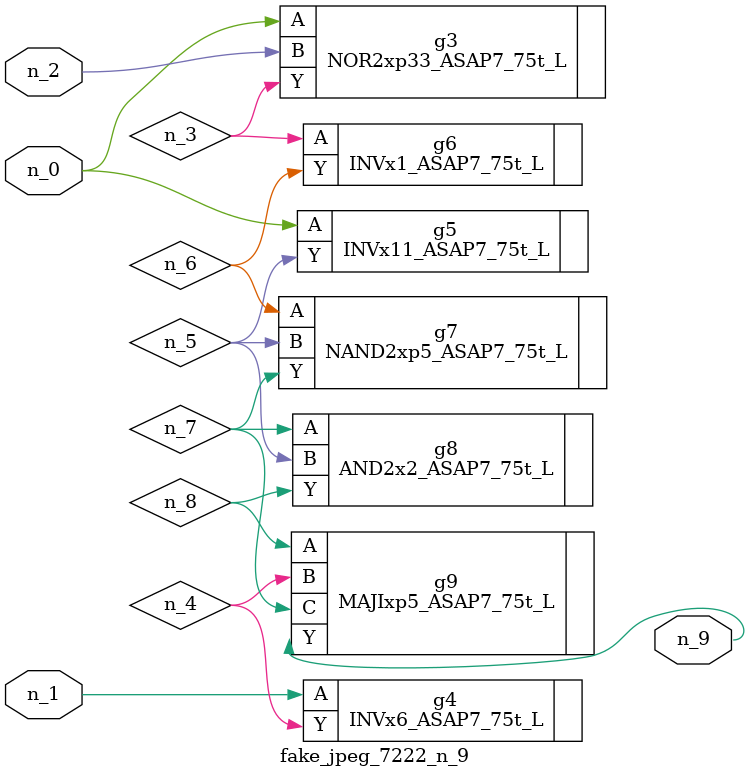
<source format=v>
module fake_jpeg_7222_n_9 (n_0, n_2, n_1, n_9);

input n_0;
input n_2;
input n_1;

output n_9;

wire n_3;
wire n_4;
wire n_8;
wire n_6;
wire n_5;
wire n_7;

NOR2xp33_ASAP7_75t_L g3 ( 
.A(n_0),
.B(n_2),
.Y(n_3)
);

INVx6_ASAP7_75t_L g4 ( 
.A(n_1),
.Y(n_4)
);

INVx11_ASAP7_75t_L g5 ( 
.A(n_0),
.Y(n_5)
);

INVx1_ASAP7_75t_L g6 ( 
.A(n_3),
.Y(n_6)
);

NAND2xp5_ASAP7_75t_L g7 ( 
.A(n_6),
.B(n_5),
.Y(n_7)
);

AND2x2_ASAP7_75t_L g8 ( 
.A(n_7),
.B(n_5),
.Y(n_8)
);

MAJIxp5_ASAP7_75t_L g9 ( 
.A(n_8),
.B(n_4),
.C(n_7),
.Y(n_9)
);


endmodule
</source>
